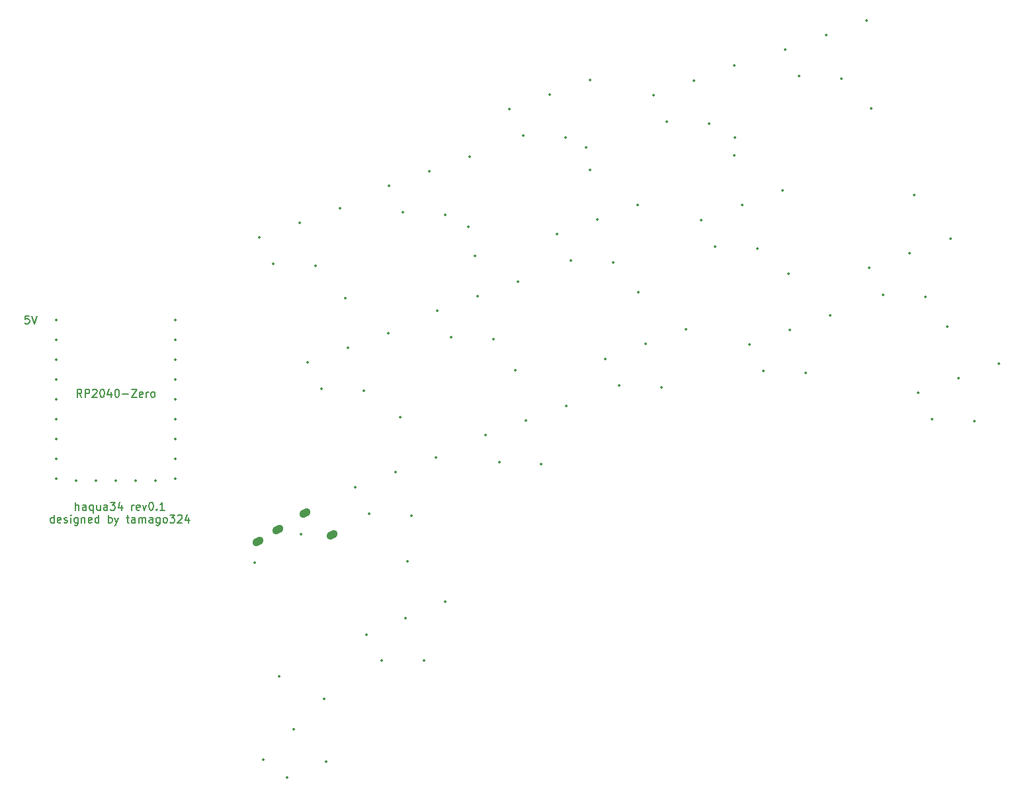
<source format=gbr>
%TF.GenerationSoftware,KiCad,Pcbnew,(6.0.11)*%
%TF.CreationDate,2024-04-14T00:28:17+09:00*%
%TF.ProjectId,haqua34_right,68617175-6133-4345-9f72-696768742e6b,rev?*%
%TF.SameCoordinates,Original*%
%TF.FileFunction,Legend,Top*%
%TF.FilePolarity,Positive*%
%FSLAX46Y46*%
G04 Gerber Fmt 4.6, Leading zero omitted, Abs format (unit mm)*
G04 Created by KiCad (PCBNEW (6.0.11)) date 2024-04-14 00:28:17*
%MOMM*%
%LPD*%
G01*
G04 APERTURE LIST*
G04 Aperture macros list*
%AMHorizOval*
0 Thick line with rounded ends*
0 $1 width*
0 $2 $3 position (X,Y) of the first rounded end (center of the circle)*
0 $4 $5 position (X,Y) of the second rounded end (center of the circle)*
0 Add line between two ends*
20,1,$1,$2,$3,$4,$5,0*
0 Add two circle primitives to create the rounded ends*
1,1,$1,$2,$3*
1,1,$1,$4,$5*%
G04 Aperture macros list end*
%ADD10C,0.200000*%
%ADD11C,0.150000*%
%ADD12C,0.350000*%
%ADD13HorizOval,1.000000X0.213160X0.130625X-0.213160X-0.130625X0*%
G04 APERTURE END LIST*
D10*
X31758333Y-92522380D02*
X31758333Y-91522380D01*
X32186904Y-92522380D02*
X32186904Y-91998571D01*
X32139285Y-91903333D01*
X32044047Y-91855714D01*
X31901190Y-91855714D01*
X31805952Y-91903333D01*
X31758333Y-91950952D01*
X33091666Y-92522380D02*
X33091666Y-91998571D01*
X33044047Y-91903333D01*
X32948809Y-91855714D01*
X32758333Y-91855714D01*
X32663095Y-91903333D01*
X33091666Y-92474761D02*
X32996428Y-92522380D01*
X32758333Y-92522380D01*
X32663095Y-92474761D01*
X32615476Y-92379523D01*
X32615476Y-92284285D01*
X32663095Y-92189047D01*
X32758333Y-92141428D01*
X32996428Y-92141428D01*
X33091666Y-92093809D01*
X33996428Y-91855714D02*
X33996428Y-92855714D01*
X33996428Y-92474761D02*
X33901190Y-92522380D01*
X33710714Y-92522380D01*
X33615476Y-92474761D01*
X33567857Y-92427142D01*
X33520238Y-92331904D01*
X33520238Y-92046190D01*
X33567857Y-91950952D01*
X33615476Y-91903333D01*
X33710714Y-91855714D01*
X33901190Y-91855714D01*
X33996428Y-91903333D01*
X34901190Y-91855714D02*
X34901190Y-92522380D01*
X34472619Y-91855714D02*
X34472619Y-92379523D01*
X34520238Y-92474761D01*
X34615476Y-92522380D01*
X34758333Y-92522380D01*
X34853571Y-92474761D01*
X34901190Y-92427142D01*
X35805952Y-92522380D02*
X35805952Y-91998571D01*
X35758333Y-91903333D01*
X35663095Y-91855714D01*
X35472619Y-91855714D01*
X35377380Y-91903333D01*
X35805952Y-92474761D02*
X35710714Y-92522380D01*
X35472619Y-92522380D01*
X35377380Y-92474761D01*
X35329761Y-92379523D01*
X35329761Y-92284285D01*
X35377380Y-92189047D01*
X35472619Y-92141428D01*
X35710714Y-92141428D01*
X35805952Y-92093809D01*
X36186904Y-91522380D02*
X36805952Y-91522380D01*
X36472619Y-91903333D01*
X36615476Y-91903333D01*
X36710714Y-91950952D01*
X36758333Y-91998571D01*
X36805952Y-92093809D01*
X36805952Y-92331904D01*
X36758333Y-92427142D01*
X36710714Y-92474761D01*
X36615476Y-92522380D01*
X36329761Y-92522380D01*
X36234523Y-92474761D01*
X36186904Y-92427142D01*
X37663095Y-91855714D02*
X37663095Y-92522380D01*
X37425000Y-91474761D02*
X37186904Y-92189047D01*
X37805952Y-92189047D01*
X38948809Y-92522380D02*
X38948809Y-91855714D01*
X38948809Y-92046190D02*
X38996428Y-91950952D01*
X39044047Y-91903333D01*
X39139285Y-91855714D01*
X39234523Y-91855714D01*
X39948809Y-92474761D02*
X39853571Y-92522380D01*
X39663095Y-92522380D01*
X39567857Y-92474761D01*
X39520238Y-92379523D01*
X39520238Y-91998571D01*
X39567857Y-91903333D01*
X39663095Y-91855714D01*
X39853571Y-91855714D01*
X39948809Y-91903333D01*
X39996428Y-91998571D01*
X39996428Y-92093809D01*
X39520238Y-92189047D01*
X40329761Y-91855714D02*
X40567857Y-92522380D01*
X40805952Y-91855714D01*
X41377380Y-91522380D02*
X41472619Y-91522380D01*
X41567857Y-91570000D01*
X41615476Y-91617619D01*
X41663095Y-91712857D01*
X41710714Y-91903333D01*
X41710714Y-92141428D01*
X41663095Y-92331904D01*
X41615476Y-92427142D01*
X41567857Y-92474761D01*
X41472619Y-92522380D01*
X41377380Y-92522380D01*
X41282142Y-92474761D01*
X41234523Y-92427142D01*
X41186904Y-92331904D01*
X41139285Y-92141428D01*
X41139285Y-91903333D01*
X41186904Y-91712857D01*
X41234523Y-91617619D01*
X41282142Y-91570000D01*
X41377380Y-91522380D01*
X42139285Y-92427142D02*
X42186904Y-92474761D01*
X42139285Y-92522380D01*
X42091666Y-92474761D01*
X42139285Y-92427142D01*
X42139285Y-92522380D01*
X43139285Y-92522380D02*
X42567857Y-92522380D01*
X42853571Y-92522380D02*
X42853571Y-91522380D01*
X42758333Y-91665238D01*
X42663095Y-91760476D01*
X42567857Y-91808095D01*
X28996428Y-94132380D02*
X28996428Y-93132380D01*
X28996428Y-94084761D02*
X28901190Y-94132380D01*
X28710714Y-94132380D01*
X28615476Y-94084761D01*
X28567857Y-94037142D01*
X28520238Y-93941904D01*
X28520238Y-93656190D01*
X28567857Y-93560952D01*
X28615476Y-93513333D01*
X28710714Y-93465714D01*
X28901190Y-93465714D01*
X28996428Y-93513333D01*
X29853571Y-94084761D02*
X29758333Y-94132380D01*
X29567857Y-94132380D01*
X29472619Y-94084761D01*
X29425000Y-93989523D01*
X29425000Y-93608571D01*
X29472619Y-93513333D01*
X29567857Y-93465714D01*
X29758333Y-93465714D01*
X29853571Y-93513333D01*
X29901190Y-93608571D01*
X29901190Y-93703809D01*
X29425000Y-93799047D01*
X30282142Y-94084761D02*
X30377380Y-94132380D01*
X30567857Y-94132380D01*
X30663095Y-94084761D01*
X30710714Y-93989523D01*
X30710714Y-93941904D01*
X30663095Y-93846666D01*
X30567857Y-93799047D01*
X30424999Y-93799047D01*
X30329761Y-93751428D01*
X30282142Y-93656190D01*
X30282142Y-93608571D01*
X30329761Y-93513333D01*
X30424999Y-93465714D01*
X30567857Y-93465714D01*
X30663095Y-93513333D01*
X31139285Y-94132380D02*
X31139285Y-93465714D01*
X31139285Y-93132380D02*
X31091666Y-93180000D01*
X31139285Y-93227619D01*
X31186904Y-93180000D01*
X31139285Y-93132380D01*
X31139285Y-93227619D01*
X32044047Y-93465714D02*
X32044047Y-94275238D01*
X31996428Y-94370476D01*
X31948809Y-94418095D01*
X31853571Y-94465714D01*
X31710714Y-94465714D01*
X31615476Y-94418095D01*
X32044047Y-94084761D02*
X31948809Y-94132380D01*
X31758333Y-94132380D01*
X31663095Y-94084761D01*
X31615476Y-94037142D01*
X31567857Y-93941904D01*
X31567857Y-93656190D01*
X31615476Y-93560952D01*
X31663095Y-93513333D01*
X31758333Y-93465714D01*
X31948809Y-93465714D01*
X32044047Y-93513333D01*
X32520238Y-93465714D02*
X32520238Y-94132380D01*
X32520238Y-93560952D02*
X32567857Y-93513333D01*
X32663095Y-93465714D01*
X32805952Y-93465714D01*
X32901190Y-93513333D01*
X32948809Y-93608571D01*
X32948809Y-94132380D01*
X33805952Y-94084761D02*
X33710714Y-94132380D01*
X33520238Y-94132380D01*
X33425000Y-94084761D01*
X33377380Y-93989523D01*
X33377380Y-93608571D01*
X33425000Y-93513333D01*
X33520238Y-93465714D01*
X33710714Y-93465714D01*
X33805952Y-93513333D01*
X33853571Y-93608571D01*
X33853571Y-93703809D01*
X33377380Y-93799047D01*
X34710714Y-94132380D02*
X34710714Y-93132380D01*
X34710714Y-94084761D02*
X34615476Y-94132380D01*
X34425000Y-94132380D01*
X34329761Y-94084761D01*
X34282142Y-94037142D01*
X34234523Y-93941904D01*
X34234523Y-93656190D01*
X34282142Y-93560952D01*
X34329761Y-93513333D01*
X34425000Y-93465714D01*
X34615476Y-93465714D01*
X34710714Y-93513333D01*
X35948809Y-94132380D02*
X35948809Y-93132380D01*
X35948809Y-93513333D02*
X36044047Y-93465714D01*
X36234523Y-93465714D01*
X36329761Y-93513333D01*
X36377380Y-93560952D01*
X36425000Y-93656190D01*
X36425000Y-93941904D01*
X36377380Y-94037142D01*
X36329761Y-94084761D01*
X36234523Y-94132380D01*
X36044047Y-94132380D01*
X35948809Y-94084761D01*
X36758333Y-93465714D02*
X36996428Y-94132380D01*
X37234523Y-93465714D02*
X36996428Y-94132380D01*
X36901190Y-94370476D01*
X36853571Y-94418095D01*
X36758333Y-94465714D01*
X38234523Y-93465714D02*
X38615476Y-93465714D01*
X38377380Y-93132380D02*
X38377380Y-93989523D01*
X38425000Y-94084761D01*
X38520238Y-94132380D01*
X38615476Y-94132380D01*
X39377380Y-94132380D02*
X39377380Y-93608571D01*
X39329761Y-93513333D01*
X39234523Y-93465714D01*
X39044047Y-93465714D01*
X38948809Y-93513333D01*
X39377380Y-94084761D02*
X39282142Y-94132380D01*
X39044047Y-94132380D01*
X38948809Y-94084761D01*
X38901190Y-93989523D01*
X38901190Y-93894285D01*
X38948809Y-93799047D01*
X39044047Y-93751428D01*
X39282142Y-93751428D01*
X39377380Y-93703809D01*
X39853571Y-94132380D02*
X39853571Y-93465714D01*
X39853571Y-93560952D02*
X39901190Y-93513333D01*
X39996428Y-93465714D01*
X40139285Y-93465714D01*
X40234523Y-93513333D01*
X40282142Y-93608571D01*
X40282142Y-94132380D01*
X40282142Y-93608571D02*
X40329761Y-93513333D01*
X40425000Y-93465714D01*
X40567857Y-93465714D01*
X40663095Y-93513333D01*
X40710714Y-93608571D01*
X40710714Y-94132380D01*
X41615476Y-94132380D02*
X41615476Y-93608571D01*
X41567857Y-93513333D01*
X41472619Y-93465714D01*
X41282142Y-93465714D01*
X41186904Y-93513333D01*
X41615476Y-94084761D02*
X41520238Y-94132380D01*
X41282142Y-94132380D01*
X41186904Y-94084761D01*
X41139285Y-93989523D01*
X41139285Y-93894285D01*
X41186904Y-93799047D01*
X41282142Y-93751428D01*
X41520238Y-93751428D01*
X41615476Y-93703809D01*
X42520238Y-93465714D02*
X42520238Y-94275238D01*
X42472619Y-94370476D01*
X42425000Y-94418095D01*
X42329761Y-94465714D01*
X42186904Y-94465714D01*
X42091666Y-94418095D01*
X42520238Y-94084761D02*
X42425000Y-94132380D01*
X42234523Y-94132380D01*
X42139285Y-94084761D01*
X42091666Y-94037142D01*
X42044047Y-93941904D01*
X42044047Y-93656190D01*
X42091666Y-93560952D01*
X42139285Y-93513333D01*
X42234523Y-93465714D01*
X42425000Y-93465714D01*
X42520238Y-93513333D01*
X43139285Y-94132380D02*
X43044047Y-94084761D01*
X42996428Y-94037142D01*
X42948809Y-93941904D01*
X42948809Y-93656190D01*
X42996428Y-93560952D01*
X43044047Y-93513333D01*
X43139285Y-93465714D01*
X43282142Y-93465714D01*
X43377380Y-93513333D01*
X43425000Y-93560952D01*
X43472619Y-93656190D01*
X43472619Y-93941904D01*
X43425000Y-94037142D01*
X43377380Y-94084761D01*
X43282142Y-94132380D01*
X43139285Y-94132380D01*
X43805952Y-93132380D02*
X44425000Y-93132380D01*
X44091666Y-93513333D01*
X44234523Y-93513333D01*
X44329761Y-93560952D01*
X44377380Y-93608571D01*
X44425000Y-93703809D01*
X44425000Y-93941904D01*
X44377380Y-94037142D01*
X44329761Y-94084761D01*
X44234523Y-94132380D01*
X43948809Y-94132380D01*
X43853571Y-94084761D01*
X43805952Y-94037142D01*
X44805952Y-93227619D02*
X44853571Y-93180000D01*
X44948809Y-93132380D01*
X45186904Y-93132380D01*
X45282142Y-93180000D01*
X45329761Y-93227619D01*
X45377380Y-93322857D01*
X45377380Y-93418095D01*
X45329761Y-93560952D01*
X44758333Y-94132380D01*
X45377380Y-94132380D01*
X46234523Y-93465714D02*
X46234523Y-94132380D01*
X45996428Y-93084761D02*
X45758333Y-93799047D01*
X46377380Y-93799047D01*
D11*
%TO.C,RZ1*%
X32523047Y-78052380D02*
X32189714Y-77576190D01*
X31951619Y-78052380D02*
X31951619Y-77052380D01*
X32332571Y-77052380D01*
X32427809Y-77100000D01*
X32475428Y-77147619D01*
X32523047Y-77242857D01*
X32523047Y-77385714D01*
X32475428Y-77480952D01*
X32427809Y-77528571D01*
X32332571Y-77576190D01*
X31951619Y-77576190D01*
X32951619Y-78052380D02*
X32951619Y-77052380D01*
X33332571Y-77052380D01*
X33427809Y-77100000D01*
X33475428Y-77147619D01*
X33523047Y-77242857D01*
X33523047Y-77385714D01*
X33475428Y-77480952D01*
X33427809Y-77528571D01*
X33332571Y-77576190D01*
X32951619Y-77576190D01*
X33904000Y-77147619D02*
X33951619Y-77100000D01*
X34046857Y-77052380D01*
X34284952Y-77052380D01*
X34380190Y-77100000D01*
X34427809Y-77147619D01*
X34475428Y-77242857D01*
X34475428Y-77338095D01*
X34427809Y-77480952D01*
X33856380Y-78052380D01*
X34475428Y-78052380D01*
X35094476Y-77052380D02*
X35189714Y-77052380D01*
X35284952Y-77100000D01*
X35332571Y-77147619D01*
X35380190Y-77242857D01*
X35427809Y-77433333D01*
X35427809Y-77671428D01*
X35380190Y-77861904D01*
X35332571Y-77957142D01*
X35284952Y-78004761D01*
X35189714Y-78052380D01*
X35094476Y-78052380D01*
X34999238Y-78004761D01*
X34951619Y-77957142D01*
X34904000Y-77861904D01*
X34856380Y-77671428D01*
X34856380Y-77433333D01*
X34904000Y-77242857D01*
X34951619Y-77147619D01*
X34999238Y-77100000D01*
X35094476Y-77052380D01*
X36284952Y-77385714D02*
X36284952Y-78052380D01*
X36046857Y-77004761D02*
X35808761Y-77719047D01*
X36427809Y-77719047D01*
X36999238Y-77052380D02*
X37094476Y-77052380D01*
X37189714Y-77100000D01*
X37237333Y-77147619D01*
X37284952Y-77242857D01*
X37332571Y-77433333D01*
X37332571Y-77671428D01*
X37284952Y-77861904D01*
X37237333Y-77957142D01*
X37189714Y-78004761D01*
X37094476Y-78052380D01*
X36999238Y-78052380D01*
X36904000Y-78004761D01*
X36856380Y-77957142D01*
X36808761Y-77861904D01*
X36761142Y-77671428D01*
X36761142Y-77433333D01*
X36808761Y-77242857D01*
X36856380Y-77147619D01*
X36904000Y-77100000D01*
X36999238Y-77052380D01*
X37761142Y-77671428D02*
X38523047Y-77671428D01*
X38904000Y-77052380D02*
X39570666Y-77052380D01*
X38904000Y-78052380D01*
X39570666Y-78052380D01*
X40332571Y-78004761D02*
X40237333Y-78052380D01*
X40046857Y-78052380D01*
X39951619Y-78004761D01*
X39904000Y-77909523D01*
X39904000Y-77528571D01*
X39951619Y-77433333D01*
X40046857Y-77385714D01*
X40237333Y-77385714D01*
X40332571Y-77433333D01*
X40380190Y-77528571D01*
X40380190Y-77623809D01*
X39904000Y-77719047D01*
X40808761Y-78052380D02*
X40808761Y-77385714D01*
X40808761Y-77576190D02*
X40856380Y-77480952D01*
X40904000Y-77433333D01*
X40999238Y-77385714D01*
X41094476Y-77385714D01*
X41570666Y-78052380D02*
X41475428Y-78004761D01*
X41427809Y-77957142D01*
X41380190Y-77861904D01*
X41380190Y-77576190D01*
X41427809Y-77480952D01*
X41475428Y-77433333D01*
X41570666Y-77385714D01*
X41713523Y-77385714D01*
X41808761Y-77433333D01*
X41856380Y-77480952D01*
X41904000Y-77576190D01*
X41904000Y-77861904D01*
X41856380Y-77957142D01*
X41808761Y-78004761D01*
X41713523Y-78052380D01*
X41570666Y-78052380D01*
X25791523Y-67642380D02*
X25315333Y-67642380D01*
X25267714Y-68118571D01*
X25315333Y-68070952D01*
X25410571Y-68023333D01*
X25648666Y-68023333D01*
X25743904Y-68070952D01*
X25791523Y-68118571D01*
X25839142Y-68213809D01*
X25839142Y-68451904D01*
X25791523Y-68547142D01*
X25743904Y-68594761D01*
X25648666Y-68642380D01*
X25410571Y-68642380D01*
X25315333Y-68594761D01*
X25267714Y-68547142D01*
X26124857Y-67642380D02*
X26458190Y-68642380D01*
X26791523Y-67642380D01*
%TD*%
D12*
X97564597Y-48914597D03*
X82825000Y-59975000D03*
X66264596Y-65414596D03*
X116075000Y-47075000D03*
X139100000Y-52150000D03*
X88000000Y-74575000D03*
X123000000Y-62250000D03*
X143325000Y-69025000D03*
X103775000Y-64575000D03*
X73325000Y-80650000D03*
X74225000Y-99075000D03*
X57800000Y-113825000D03*
X97125000Y-46100000D03*
X116175000Y-44775000D03*
X133550000Y-41050000D03*
X81975000Y-56200000D03*
X105683534Y-39363704D03*
X116020152Y-35601482D03*
X110851843Y-37482593D03*
X112869762Y-43026779D03*
X107453056Y-42763526D03*
X144725000Y-75600000D03*
X139556691Y-77481111D03*
X149893309Y-73718889D03*
X146742919Y-81144186D03*
X141326213Y-80880933D03*
X60625000Y-95625000D03*
X54656519Y-99282490D03*
D13*
X64535960Y-95691299D03*
X55094025Y-96551448D03*
X57651945Y-94983953D03*
X61062506Y-92893958D03*
D12*
X92400000Y-39300000D03*
X87231691Y-41181111D03*
X97568309Y-37418889D03*
X94417919Y-44844186D03*
X89001213Y-44580933D03*
X63567374Y-116664200D03*
X55789200Y-124442374D03*
X59678287Y-120553287D03*
X63850217Y-124725217D03*
X58829759Y-126775827D03*
X93383534Y-57163704D03*
X98551843Y-55282593D03*
X103720152Y-53401482D03*
X100569762Y-60826779D03*
X95153056Y-60563526D03*
X143695152Y-57751482D03*
X138526843Y-59632593D03*
X133358534Y-61513704D03*
X140544762Y-65176779D03*
X135128056Y-64913526D03*
X132945152Y-29801482D03*
X127776843Y-31682593D03*
X122608534Y-33563704D03*
X129794762Y-37226779D03*
X124378056Y-36963526D03*
X117025000Y-53475000D03*
X122193309Y-51593889D03*
X111856691Y-55356111D03*
X119042919Y-59019186D03*
X113626213Y-58755933D03*
X78008534Y-66988704D03*
X88345152Y-63226482D03*
X83176843Y-65107593D03*
X85194762Y-70651779D03*
X79778056Y-70388526D03*
X89351843Y-81057593D03*
X94520152Y-79176482D03*
X84183534Y-82938704D03*
X91369762Y-86601779D03*
X85953056Y-86338526D03*
X104726843Y-71257593D03*
X99558534Y-73138704D03*
X109895152Y-69376482D03*
X106744762Y-76801779D03*
X101328056Y-76538526D03*
X44524000Y-68190000D03*
X44524000Y-70730000D03*
X44524000Y-73270000D03*
X44524000Y-75810000D03*
X44524000Y-78350000D03*
X44524000Y-80890000D03*
X44524000Y-83430000D03*
X44524000Y-85970000D03*
X44524000Y-88510000D03*
X41984000Y-88720000D03*
X39444000Y-88720000D03*
X36904000Y-88720000D03*
X34364000Y-88720000D03*
X31824000Y-88720000D03*
X29284000Y-88510000D03*
X29284000Y-85970000D03*
X29284000Y-83430000D03*
X29284000Y-80890000D03*
X29284000Y-78350000D03*
X29284000Y-75810000D03*
X29284000Y-73270000D03*
X29284000Y-70730000D03*
X29284000Y-68190000D03*
X68937223Y-108499021D03*
X74000000Y-106350000D03*
X79062777Y-104200979D03*
X76305314Y-111780979D03*
X70882254Y-111801574D03*
X77025000Y-49125000D03*
X71856691Y-51006111D03*
X82193309Y-47243889D03*
X79042919Y-54669186D03*
X73626213Y-54405933D03*
X65593309Y-53843889D03*
X55256691Y-57606111D03*
X60425000Y-55725000D03*
X62442919Y-61269186D03*
X57026213Y-61005933D03*
X128345152Y-67551482D03*
X123176843Y-69432593D03*
X118008534Y-71313704D03*
X125194762Y-74976779D03*
X119778056Y-74713526D03*
X61408534Y-73588704D03*
X66576843Y-71707593D03*
X71745152Y-69826482D03*
X68594762Y-77251779D03*
X63178056Y-76988526D03*
X67558534Y-89563704D03*
X77895152Y-85801482D03*
X72726843Y-87682593D03*
X74744762Y-93226779D03*
X69328056Y-92963526D03*
M02*

</source>
